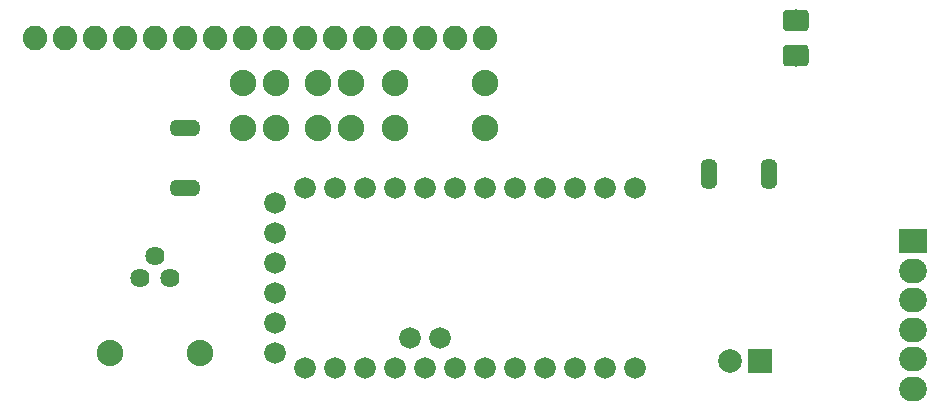
<source format=gts>
G04 #@! TF.GenerationSoftware,KiCad,Pcbnew,(5.0.0)*
G04 #@! TF.CreationDate,2018-10-11T21:25:17+02:00*
G04 #@! TF.ProjectId,canbus,63616E6275732E6B696361645F706362,rev?*
G04 #@! TF.SameCoordinates,Original*
G04 #@! TF.FileFunction,Soldermask,Top*
G04 #@! TF.FilePolarity,Negative*
%FSLAX46Y46*%
G04 Gerber Fmt 4.6, Leading zero omitted, Abs format (unit mm)*
G04 Created by KiCad (PCBNEW (5.0.0)) date 10/11/18 21:25:17*
%MOMM*%
%LPD*%
G01*
G04 APERTURE LIST*
%ADD10C,0.100000*%
%ADD11O,1.422400X2.641600*%
%ADD12C,2.235200*%
%ADD13C,1.828800*%
%ADD14O,2.350000X2.100000*%
%ADD15R,2.350000X2.100000*%
%ADD16R,2.000000X2.000000*%
%ADD17C,2.000000*%
%ADD18O,2.641600X1.422400*%
%ADD19C,2.082800*%
%ADD20C,1.625600*%
%ADD21C,1.825000*%
G04 APERTURE END LIST*
D10*
G04 #@! TO.C,R1*
G36*
X146618600Y-96791100D02*
X146618601Y-96791100D01*
X146408603Y-96811921D01*
X146208504Y-96878950D01*
X146028337Y-96988824D01*
X145877136Y-97136034D01*
X145762484Y-97313199D01*
X145663700Y-97720800D01*
X145663700Y-97720799D01*
X145685290Y-97935584D01*
X145754138Y-98140177D01*
X145866791Y-98324317D01*
X146017600Y-98478768D01*
X146199000Y-98595783D01*
X146401892Y-98669493D01*
X146616100Y-98696200D01*
X146830259Y-98668915D01*
X147032977Y-98594660D01*
X147214090Y-98477157D01*
X147364514Y-98322299D01*
X147476708Y-98137850D01*
X147545046Y-97933061D01*
X147566100Y-97718200D01*
X147566100Y-97718201D01*
X147540366Y-97509871D01*
X147468908Y-97312496D01*
X147355311Y-97135976D01*
X147205274Y-96989169D01*
X147026324Y-96879441D01*
X146618600Y-96791100D01*
G37*
G36*
X154246200Y-96798700D02*
X154246201Y-96798700D01*
X154036203Y-96819521D01*
X153836104Y-96886550D01*
X153655937Y-96996424D01*
X153504736Y-97143634D01*
X153390084Y-97320799D01*
X153291300Y-97728400D01*
X153312890Y-97943184D01*
X153381738Y-98147777D01*
X153494392Y-98331917D01*
X153645201Y-98486368D01*
X153826600Y-98603383D01*
X154029492Y-98677092D01*
X154243700Y-98703800D01*
X154457859Y-98676515D01*
X154660577Y-98602260D01*
X154841690Y-98484757D01*
X154992114Y-98329899D01*
X155104308Y-98145450D01*
X155172646Y-97940661D01*
X155193700Y-97725800D01*
X155193700Y-97725802D01*
X155167967Y-97517472D01*
X155096509Y-97320096D01*
X154982912Y-97143576D01*
X154832874Y-96996769D01*
X154653925Y-96887040D01*
X154246200Y-96798700D01*
G37*
G04 #@! TO.C,R3*
G36*
X154246200Y-92988700D02*
X154246201Y-92988700D01*
X154036203Y-93009521D01*
X153836104Y-93076550D01*
X153655937Y-93186424D01*
X153504736Y-93333634D01*
X153390084Y-93510799D01*
X153291300Y-93918400D01*
X153312890Y-94133184D01*
X153381738Y-94337777D01*
X153494392Y-94521917D01*
X153645201Y-94676368D01*
X153826600Y-94793383D01*
X154029492Y-94867092D01*
X154243700Y-94893800D01*
X154457859Y-94866515D01*
X154660577Y-94792260D01*
X154841690Y-94674757D01*
X154992114Y-94519899D01*
X155104308Y-94335450D01*
X155172646Y-94130661D01*
X155193700Y-93915800D01*
X155193700Y-93915802D01*
X155167967Y-93707472D01*
X155096509Y-93510096D01*
X154982912Y-93333576D01*
X154832874Y-93186769D01*
X154653925Y-93077040D01*
X154246200Y-92988700D01*
G37*
G36*
X146618600Y-92981100D02*
X146618601Y-92981100D01*
X146408603Y-93001921D01*
X146208504Y-93068950D01*
X146028337Y-93178824D01*
X145877136Y-93326034D01*
X145762484Y-93503199D01*
X145663700Y-93910800D01*
X145663700Y-93910799D01*
X145685290Y-94125584D01*
X145754138Y-94330177D01*
X145866791Y-94514317D01*
X146017600Y-94668768D01*
X146199000Y-94785783D01*
X146401892Y-94859493D01*
X146616100Y-94886200D01*
X146830259Y-94858915D01*
X147032977Y-94784660D01*
X147214090Y-94667157D01*
X147364514Y-94512299D01*
X147476708Y-94327850D01*
X147545046Y-94123061D01*
X147566100Y-93908200D01*
X147566100Y-93908201D01*
X147540366Y-93699871D01*
X147468908Y-93502496D01*
X147355311Y-93325976D01*
X147205274Y-93179169D01*
X147026324Y-93069441D01*
X146618600Y-92981100D01*
G37*
G04 #@! TO.C,C1*
G36*
X142918100Y-96796100D02*
X142918101Y-96796100D01*
X142708103Y-96816921D01*
X142508004Y-96883950D01*
X142327837Y-96993824D01*
X142176636Y-97141034D01*
X142061984Y-97318199D01*
X141963200Y-97725800D01*
X141984790Y-97940584D01*
X142053638Y-98145177D01*
X142166292Y-98329317D01*
X142317101Y-98483768D01*
X142498500Y-98600783D01*
X142701392Y-98674492D01*
X142915600Y-98701200D01*
X143129759Y-98673915D01*
X143332477Y-98599660D01*
X143513590Y-98482157D01*
X143664014Y-98327299D01*
X143776208Y-98142850D01*
X143844546Y-97938061D01*
X143865600Y-97723200D01*
X143865600Y-97723202D01*
X143839867Y-97514872D01*
X143768409Y-97317496D01*
X143654812Y-97140976D01*
X143504774Y-96994169D01*
X143325825Y-96884440D01*
X142918100Y-96796100D01*
G37*
G36*
X140119000Y-96796100D02*
X140119001Y-96796100D01*
X139909003Y-96816921D01*
X139708904Y-96883950D01*
X139528737Y-96993824D01*
X139377536Y-97141034D01*
X139262884Y-97318199D01*
X139164100Y-97725800D01*
X139164100Y-97725799D01*
X139185690Y-97940584D01*
X139254538Y-98145177D01*
X139367191Y-98329317D01*
X139518000Y-98483768D01*
X139699400Y-98600783D01*
X139902292Y-98674493D01*
X140116500Y-98701200D01*
X140330659Y-98673915D01*
X140533377Y-98599660D01*
X140714490Y-98482157D01*
X140864914Y-98327299D01*
X140977108Y-98142850D01*
X141045446Y-97938061D01*
X141066500Y-97723200D01*
X141066500Y-97723201D01*
X141040766Y-97514871D01*
X140969308Y-97317496D01*
X140855711Y-97140976D01*
X140705674Y-96994169D01*
X140526724Y-96884441D01*
X140119000Y-96796100D01*
G37*
G04 #@! TO.C,C2*
G36*
X133769000Y-92986100D02*
X133769001Y-92986100D01*
X133559003Y-93006921D01*
X133358904Y-93073950D01*
X133178737Y-93183824D01*
X133027536Y-93331034D01*
X132912884Y-93508199D01*
X132814100Y-93915800D01*
X132814100Y-93915799D01*
X132835690Y-94130584D01*
X132904538Y-94335177D01*
X133017191Y-94519317D01*
X133168000Y-94673768D01*
X133349400Y-94790783D01*
X133552292Y-94864493D01*
X133766500Y-94891200D01*
X133980659Y-94863915D01*
X134183377Y-94789660D01*
X134364490Y-94672157D01*
X134514914Y-94517299D01*
X134627108Y-94332850D01*
X134695446Y-94128061D01*
X134716500Y-93913200D01*
X134716500Y-93913201D01*
X134690766Y-93704871D01*
X134619308Y-93507496D01*
X134505711Y-93330976D01*
X134355674Y-93184169D01*
X134176724Y-93074441D01*
X133769000Y-92986100D01*
G37*
G36*
X136568100Y-92986100D02*
X136568101Y-92986100D01*
X136358103Y-93006921D01*
X136158004Y-93073950D01*
X135977837Y-93183824D01*
X135826636Y-93331034D01*
X135711984Y-93508199D01*
X135613200Y-93915800D01*
X135634790Y-94130584D01*
X135703638Y-94335177D01*
X135816292Y-94519317D01*
X135967101Y-94673768D01*
X136148500Y-94790783D01*
X136351392Y-94864492D01*
X136565600Y-94891200D01*
X136779759Y-94863915D01*
X136982477Y-94789660D01*
X137163590Y-94672157D01*
X137314014Y-94517299D01*
X137426208Y-94332850D01*
X137494546Y-94128061D01*
X137515600Y-93913200D01*
X137515600Y-93913202D01*
X137489867Y-93704872D01*
X137418409Y-93507496D01*
X137304812Y-93330976D01*
X137154774Y-93184169D01*
X136975825Y-93074440D01*
X136568100Y-92986100D01*
G37*
G04 #@! TO.C,C3*
G36*
X136568100Y-96796100D02*
X136568101Y-96796100D01*
X136358103Y-96816921D01*
X136158004Y-96883950D01*
X135977837Y-96993824D01*
X135826636Y-97141034D01*
X135711984Y-97318199D01*
X135613200Y-97725800D01*
X135634790Y-97940584D01*
X135703638Y-98145177D01*
X135816292Y-98329317D01*
X135967101Y-98483768D01*
X136148500Y-98600783D01*
X136351392Y-98674492D01*
X136565600Y-98701200D01*
X136779759Y-98673915D01*
X136982477Y-98599660D01*
X137163590Y-98482157D01*
X137314014Y-98327299D01*
X137426208Y-98142850D01*
X137494546Y-97938061D01*
X137515600Y-97723200D01*
X137515600Y-97723202D01*
X137489867Y-97514872D01*
X137418409Y-97317496D01*
X137304812Y-97140976D01*
X137154774Y-96994169D01*
X136975825Y-96884440D01*
X136568100Y-96796100D01*
G37*
G36*
X133769000Y-96796100D02*
X133769001Y-96796100D01*
X133559003Y-96816921D01*
X133358904Y-96883950D01*
X133178737Y-96993824D01*
X133027536Y-97141034D01*
X132912884Y-97318199D01*
X132814100Y-97725800D01*
X132814100Y-97725799D01*
X132835690Y-97940584D01*
X132904538Y-98145177D01*
X133017191Y-98329317D01*
X133168000Y-98483768D01*
X133349400Y-98600783D01*
X133552292Y-98674493D01*
X133766500Y-98701200D01*
X133980659Y-98673915D01*
X134183377Y-98599660D01*
X134364490Y-98482157D01*
X134514914Y-98327299D01*
X134627108Y-98142850D01*
X134695446Y-97938061D01*
X134716500Y-97723200D01*
X134716500Y-97723201D01*
X134690766Y-97514871D01*
X134619308Y-97317496D01*
X134505711Y-97140976D01*
X134355674Y-96994169D01*
X134176724Y-96884441D01*
X133769000Y-96796100D01*
G37*
G04 #@! TO.C,C4*
G36*
X140119000Y-92986100D02*
X140119001Y-92986100D01*
X139909003Y-93006921D01*
X139708904Y-93073950D01*
X139528737Y-93183824D01*
X139377536Y-93331034D01*
X139262884Y-93508199D01*
X139164100Y-93915800D01*
X139164100Y-93915799D01*
X139185690Y-94130584D01*
X139254538Y-94335177D01*
X139367191Y-94519317D01*
X139518000Y-94673768D01*
X139699400Y-94790783D01*
X139902292Y-94864493D01*
X140116500Y-94891200D01*
X140330659Y-94863915D01*
X140533377Y-94789660D01*
X140714490Y-94672157D01*
X140864914Y-94517299D01*
X140977108Y-94332850D01*
X141045446Y-94128061D01*
X141066500Y-93913200D01*
X141066500Y-93913201D01*
X141040766Y-93704871D01*
X140969308Y-93507496D01*
X140855711Y-93330976D01*
X140705674Y-93184169D01*
X140526724Y-93074441D01*
X140119000Y-92986100D01*
G37*
G36*
X142918100Y-92986100D02*
X142918101Y-92986100D01*
X142708103Y-93006921D01*
X142508004Y-93073950D01*
X142327837Y-93183824D01*
X142176636Y-93331034D01*
X142061984Y-93508199D01*
X141963200Y-93915800D01*
X141984790Y-94130584D01*
X142053638Y-94335177D01*
X142166292Y-94519317D01*
X142317101Y-94673768D01*
X142498500Y-94790783D01*
X142701392Y-94864492D01*
X142915600Y-94891200D01*
X143129759Y-94863915D01*
X143332477Y-94789660D01*
X143513590Y-94672157D01*
X143664014Y-94517299D01*
X143776208Y-94332850D01*
X143844546Y-94128061D01*
X143865600Y-93913200D01*
X143865600Y-93913202D01*
X143839867Y-93704872D01*
X143768409Y-93507496D01*
X143654812Y-93330976D01*
X143504774Y-93184169D01*
X143325825Y-93074440D01*
X142918100Y-92986100D01*
G37*
G04 #@! TO.C,R2*
G36*
X122473600Y-115841100D02*
X122473601Y-115841100D01*
X122263603Y-115861921D01*
X122063504Y-115928950D01*
X121883337Y-116038824D01*
X121732136Y-116186034D01*
X121617484Y-116363199D01*
X121518700Y-116770800D01*
X121518700Y-116770799D01*
X121540290Y-116985584D01*
X121609138Y-117190177D01*
X121721791Y-117374317D01*
X121872600Y-117528768D01*
X122054000Y-117645783D01*
X122256892Y-117719493D01*
X122471100Y-117746200D01*
X122685259Y-117718915D01*
X122887977Y-117644660D01*
X123069090Y-117527157D01*
X123219514Y-117372299D01*
X123331708Y-117187850D01*
X123400046Y-116983061D01*
X123421100Y-116768200D01*
X123421100Y-116768201D01*
X123395366Y-116559871D01*
X123323908Y-116362496D01*
X123210311Y-116185976D01*
X123060274Y-116039169D01*
X122881324Y-115929441D01*
X122473600Y-115841100D01*
G37*
G36*
X130101200Y-115848700D02*
X130101201Y-115848700D01*
X129891203Y-115869521D01*
X129691104Y-115936550D01*
X129510937Y-116046424D01*
X129359736Y-116193634D01*
X129245084Y-116370799D01*
X129146300Y-116778400D01*
X129167890Y-116993184D01*
X129236738Y-117197777D01*
X129349392Y-117381917D01*
X129500201Y-117536368D01*
X129681600Y-117653383D01*
X129884492Y-117727092D01*
X130098700Y-117753800D01*
X130312859Y-117726515D01*
X130515577Y-117652260D01*
X130696690Y-117534757D01*
X130847114Y-117379899D01*
X130959308Y-117195450D01*
X131027646Y-116990661D01*
X131048700Y-116775800D01*
X131048700Y-116775802D01*
X131022967Y-116567472D01*
X130951509Y-116370096D01*
X130837912Y-116193576D01*
X130687874Y-116046769D01*
X130508925Y-115937040D01*
X130101200Y-115848700D01*
G37*
G04 #@! TD*
D11*
G04 #@! TO.C,VQ2*
X178257200Y-101600000D03*
X173177200Y-101600000D03*
G04 #@! TD*
D12*
G04 #@! TO.C,R1*
X154236100Y-97743600D03*
X146616100Y-97743600D03*
G04 #@! TD*
G04 #@! TO.C,R3*
X146616100Y-93933600D03*
X154236100Y-93933600D03*
G04 #@! TD*
G04 #@! TO.C,C1*
X142918100Y-97743600D03*
X140124100Y-97743600D03*
G04 #@! TD*
G04 #@! TO.C,C2*
X133774100Y-93933600D03*
X136568100Y-93933600D03*
G04 #@! TD*
G04 #@! TO.C,C3*
X136568100Y-97743600D03*
X133774100Y-97743600D03*
G04 #@! TD*
G04 #@! TO.C,C4*
X140124100Y-93933600D03*
X142918100Y-93933600D03*
G04 #@! TD*
D13*
G04 #@! TO.C,U$2*
X166921100Y-118063600D03*
X164381100Y-118063600D03*
X161841100Y-118063600D03*
X159301100Y-118063600D03*
X156761100Y-118063600D03*
X154221100Y-118063600D03*
X151681100Y-118063600D03*
X150411100Y-115523600D03*
X149141100Y-118063600D03*
X147871100Y-115523600D03*
X146601100Y-118063600D03*
X144061100Y-118063600D03*
X141521100Y-118063600D03*
X138981100Y-118063600D03*
X136441100Y-116793600D03*
X136441100Y-114253600D03*
X136441100Y-111713600D03*
X136441100Y-109173600D03*
X136441100Y-106633600D03*
X136441100Y-104093600D03*
X138981100Y-102823600D03*
X141521100Y-102823600D03*
X144061100Y-102823600D03*
X146601100Y-102823600D03*
X149141100Y-102823600D03*
X151681100Y-102823600D03*
X154221100Y-102823600D03*
X156761100Y-102823600D03*
X159301100Y-102823600D03*
X161841100Y-102823600D03*
X164381100Y-102823600D03*
X166921100Y-102823600D03*
G04 #@! TD*
D14*
G04 #@! TO.C,J2*
X190500000Y-119815000D03*
X190500000Y-117315000D03*
X190500000Y-114815000D03*
X190500000Y-112315000D03*
X190500000Y-109815000D03*
D15*
X190500000Y-107315000D03*
G04 #@! TD*
D16*
G04 #@! TO.C,C14*
X177495200Y-117449600D03*
D17*
X174995200Y-117449600D03*
G04 #@! TD*
D18*
G04 #@! TO.C,Q1*
X128821100Y-97743600D03*
X128821100Y-102823600D03*
G04 #@! TD*
D19*
G04 #@! TO.C,LCD1*
X116121100Y-90123600D03*
X118661100Y-90123600D03*
X121201100Y-90123600D03*
X123741100Y-90123600D03*
X126281100Y-90123600D03*
X128821100Y-90123600D03*
X131361100Y-90123600D03*
X133901100Y-90123600D03*
X136441100Y-90123600D03*
X138981100Y-90123600D03*
X141521100Y-90123600D03*
X144061100Y-90123600D03*
X146601100Y-90123600D03*
X149141100Y-90123600D03*
X151681100Y-90123600D03*
X154221100Y-90123600D03*
G04 #@! TD*
D12*
G04 #@! TO.C,R2*
X130091100Y-116793600D03*
X122471100Y-116793600D03*
G04 #@! TD*
D20*
G04 #@! TO.C,Q2*
X127551100Y-110443600D03*
X126281100Y-108538600D03*
X125011100Y-110443600D03*
G04 #@! TD*
D10*
G04 #@! TO.C,R8*
G36*
X181329407Y-90695742D02*
X181360487Y-90700352D01*
X181390966Y-90707987D01*
X181420550Y-90718572D01*
X181448954Y-90732006D01*
X181475904Y-90748159D01*
X181501142Y-90766877D01*
X181524423Y-90787977D01*
X181545523Y-90811258D01*
X181564241Y-90836496D01*
X181580394Y-90863446D01*
X181593828Y-90891850D01*
X181604413Y-90921434D01*
X181612048Y-90951913D01*
X181616658Y-90982993D01*
X181618200Y-91014376D01*
X181618200Y-92199024D01*
X181616658Y-92230407D01*
X181612048Y-92261487D01*
X181604413Y-92291966D01*
X181593828Y-92321550D01*
X181580394Y-92349954D01*
X181564241Y-92376904D01*
X181545523Y-92402142D01*
X181524423Y-92425423D01*
X181501142Y-92446523D01*
X181475904Y-92465241D01*
X181448954Y-92481394D01*
X181420550Y-92494828D01*
X181390966Y-92505413D01*
X181360487Y-92513048D01*
X181329407Y-92517658D01*
X181298024Y-92519200D01*
X179788376Y-92519200D01*
X179756993Y-92517658D01*
X179725913Y-92513048D01*
X179695434Y-92505413D01*
X179665850Y-92494828D01*
X179637446Y-92481394D01*
X179610496Y-92465241D01*
X179585258Y-92446523D01*
X179561977Y-92425423D01*
X179540877Y-92402142D01*
X179522159Y-92376904D01*
X179506006Y-92349954D01*
X179492572Y-92321550D01*
X179481987Y-92291966D01*
X179474352Y-92261487D01*
X179469742Y-92230407D01*
X179468200Y-92199024D01*
X179468200Y-91014376D01*
X179469742Y-90982993D01*
X179474352Y-90951913D01*
X179481987Y-90921434D01*
X179492572Y-90891850D01*
X179506006Y-90863446D01*
X179522159Y-90836496D01*
X179540877Y-90811258D01*
X179561977Y-90787977D01*
X179585258Y-90766877D01*
X179610496Y-90748159D01*
X179637446Y-90732006D01*
X179665850Y-90718572D01*
X179695434Y-90707987D01*
X179725913Y-90700352D01*
X179756993Y-90695742D01*
X179788376Y-90694200D01*
X181298024Y-90694200D01*
X181329407Y-90695742D01*
X181329407Y-90695742D01*
G37*
D21*
X180543200Y-91606700D03*
D10*
G36*
X181329407Y-87720742D02*
X181360487Y-87725352D01*
X181390966Y-87732987D01*
X181420550Y-87743572D01*
X181448954Y-87757006D01*
X181475904Y-87773159D01*
X181501142Y-87791877D01*
X181524423Y-87812977D01*
X181545523Y-87836258D01*
X181564241Y-87861496D01*
X181580394Y-87888446D01*
X181593828Y-87916850D01*
X181604413Y-87946434D01*
X181612048Y-87976913D01*
X181616658Y-88007993D01*
X181618200Y-88039376D01*
X181618200Y-89224024D01*
X181616658Y-89255407D01*
X181612048Y-89286487D01*
X181604413Y-89316966D01*
X181593828Y-89346550D01*
X181580394Y-89374954D01*
X181564241Y-89401904D01*
X181545523Y-89427142D01*
X181524423Y-89450423D01*
X181501142Y-89471523D01*
X181475904Y-89490241D01*
X181448954Y-89506394D01*
X181420550Y-89519828D01*
X181390966Y-89530413D01*
X181360487Y-89538048D01*
X181329407Y-89542658D01*
X181298024Y-89544200D01*
X179788376Y-89544200D01*
X179756993Y-89542658D01*
X179725913Y-89538048D01*
X179695434Y-89530413D01*
X179665850Y-89519828D01*
X179637446Y-89506394D01*
X179610496Y-89490241D01*
X179585258Y-89471523D01*
X179561977Y-89450423D01*
X179540877Y-89427142D01*
X179522159Y-89401904D01*
X179506006Y-89374954D01*
X179492572Y-89346550D01*
X179481987Y-89316966D01*
X179474352Y-89286487D01*
X179469742Y-89255407D01*
X179468200Y-89224024D01*
X179468200Y-88039376D01*
X179469742Y-88007993D01*
X179474352Y-87976913D01*
X179481987Y-87946434D01*
X179492572Y-87916850D01*
X179506006Y-87888446D01*
X179522159Y-87861496D01*
X179540877Y-87836258D01*
X179561977Y-87812977D01*
X179585258Y-87791877D01*
X179610496Y-87773159D01*
X179637446Y-87757006D01*
X179665850Y-87743572D01*
X179695434Y-87732987D01*
X179725913Y-87725352D01*
X179756993Y-87720742D01*
X179788376Y-87719200D01*
X181298024Y-87719200D01*
X181329407Y-87720742D01*
X181329407Y-87720742D01*
G37*
D21*
X180543200Y-88631700D03*
G04 #@! TD*
M02*

</source>
